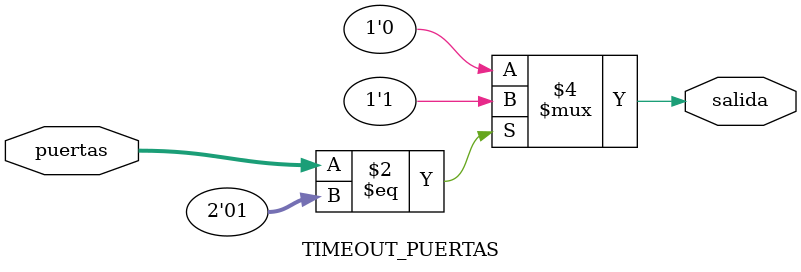
<source format=v>
module TIMEOUT_PUERTAS (puertas, salida);
	input [1:0] puertas;
	output salida;

	reg salida;

	always@(puertas)
	begin
		if (puertas == 2'b01)
		begin
			#100 // ojala que salga de aca cuando cambian las puertas
			salida = 1;
		end
		else
			salida = 0;
	end
endmodule
</source>
